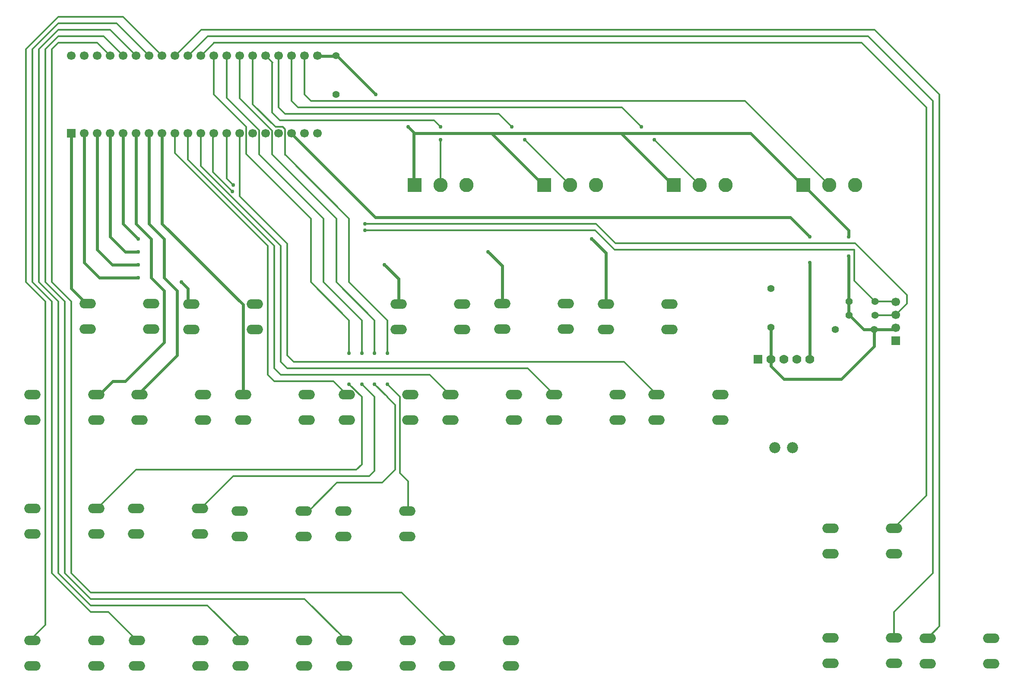
<source format=gbr>
%TF.GenerationSoftware,KiCad,Pcbnew,9.0.2*%
%TF.CreationDate,2025-07-13T09:31:28-04:00*%
%TF.ProjectId,Brizachord,4272697a-6163-4686-9f72-642e6b696361,0*%
%TF.SameCoordinates,Original*%
%TF.FileFunction,Copper,L1,Top*%
%TF.FilePolarity,Positive*%
%FSLAX46Y46*%
G04 Gerber Fmt 4.6, Leading zero omitted, Abs format (unit mm)*
G04 Created by KiCad (PCBNEW 9.0.2) date 2025-07-13 09:31:28*
%MOMM*%
%LPD*%
G01*
G04 APERTURE LIST*
%TA.AperFunction,ComponentPad*%
%ADD10C,2.800000*%
%TD*%
%TA.AperFunction,ComponentPad*%
%ADD11R,2.800000X2.800000*%
%TD*%
%TA.AperFunction,ComponentPad*%
%ADD12O,3.200000X1.900000*%
%TD*%
%TA.AperFunction,ComponentPad*%
%ADD13R,1.700000X1.700000*%
%TD*%
%TA.AperFunction,ComponentPad*%
%ADD14C,1.700000*%
%TD*%
%TA.AperFunction,ComponentPad*%
%ADD15C,1.400000*%
%TD*%
%TA.AperFunction,ComponentPad*%
%ADD16R,1.778000X1.778000*%
%TD*%
%TA.AperFunction,ComponentPad*%
%ADD17C,1.778000*%
%TD*%
%TA.AperFunction,ComponentPad*%
%ADD18C,2.184400*%
%TD*%
%TA.AperFunction,ViaPad*%
%ADD19C,0.760000*%
%TD*%
%TA.AperFunction,Conductor*%
%ADD20C,0.304800*%
%TD*%
%TA.AperFunction,Conductor*%
%ADD21C,0.600000*%
%TD*%
%TA.AperFunction,Conductor*%
%ADD22C,0.305000*%
%TD*%
G04 APERTURE END LIST*
D10*
%TO.P,POT_STRUMVOL1,3,3*%
%TO.N,GND*%
X187960000Y-55340000D03*
%TO.P,POT_STRUMVOL1,2,2*%
%TO.N,/A0*%
X182880000Y-55340000D03*
D11*
%TO.P,POT_STRUMVOL1,1,1*%
%TO.N,/3V3_A*%
X177800000Y-55340000D03*
%TD*%
D12*
%TO.P,SWAb1,1,A*%
%TO.N,GND*%
X131230000Y-83600000D03*
X118730000Y-83600000D03*
%TO.P,SWAb1,2,B*%
%TO.N,N/C*%
X131230000Y-78600000D03*
%TO.N,/D3*%
X118730000Y-78600000D03*
%TD*%
D13*
%TO.P,TrillBar1,1,Gnd*%
%TO.N,GND*%
X195896274Y-85895387D03*
D14*
%TO.P,TrillBar1,2,Vcc*%
%TO.N,/3V3_A*%
X195896274Y-83355387D03*
%TO.P,TrillBar1,3,SDA*%
%TO.N,/I2C_SDA*%
X195896274Y-80815387D03*
%TO.P,TrillBar1,4,SCL*%
%TO.N,/I2C_SCL*%
X195896274Y-78275387D03*
%TD*%
%TO.P,A1,16,AUDIO_IN_1*%
%TO.N,GND*%
X72390000Y-45180000D03*
D13*
%TO.P,A1,1,USB_ID*%
%TO.N,/D0*%
X34290000Y-45180000D03*
D14*
%TO.P,A1,2,SD_DATA_3*%
%TO.N,/D1*%
X36830000Y-45180000D03*
%TO.P,A1,3,SD_DATA_2*%
%TO.N,/D2*%
X39370000Y-45180000D03*
%TO.P,A1,4,SD_DATA_1*%
%TO.N,/D3*%
X41910000Y-45180000D03*
%TO.P,A1,5,SD_DATA_0*%
%TO.N,/D4*%
X44450000Y-45180000D03*
%TO.P,A1,6,SD_CMD*%
%TO.N,/D5*%
X46990000Y-45180000D03*
%TO.P,A1,7,SD_CLK*%
%TO.N,/D6*%
X49530000Y-45180000D03*
%TO.P,A1,8,SPI1_CS*%
%TO.N,/D7*%
X52070000Y-45180000D03*
%TO.P,A1,9,SPI1_SCK*%
%TO.N,/D8*%
X54610000Y-45180000D03*
%TO.P,A1,10,SPI1_POCI*%
%TO.N,/D9*%
X57150000Y-45180000D03*
%TO.P,A1,11,SPI1_PICO*%
%TO.N,/D10*%
X59690000Y-45180000D03*
%TO.P,A1,12,I2C1_SCL*%
%TO.N,/I2C_SCL*%
X62230000Y-45180000D03*
%TO.P,A1,13,I2C1_SDA*%
%TO.N,/I2C_SDA*%
X64770000Y-45180000D03*
%TO.P,A1,14,USART1_TX*%
%TO.N,/D13*%
X67310000Y-45180000D03*
%TO.P,A1,15,USART1_RX*%
%TO.N,/D14*%
X69850000Y-45180000D03*
%TO.P,A1,17,AUDIO_IN_2*%
%TO.N,GND*%
X74930000Y-45180000D03*
%TO.P,A1,18,AUDIO_OUT_1*%
%TO.N,/LINE_OUT*%
X77470000Y-45180000D03*
%TO.P,A1,19,AUDIO_OUT_2*%
%TO.N,N/C*%
X80010000Y-45180000D03*
%TO.P,A1,20,AGND*%
%TO.N,GND*%
X82550000Y-45180000D03*
%TO.P,A1,21,3V3_A*%
%TO.N,/3V3_A*%
X82550000Y-29940000D03*
%TO.P,A1,22,ADC_0*%
%TO.N,/A0*%
X80010000Y-29940000D03*
%TO.P,A1,23,ADC_1*%
%TO.N,/A1*%
X77470000Y-29940000D03*
%TO.P,A1,24,ADC_2*%
%TO.N,/A2*%
X74930000Y-29940000D03*
%TO.P,A1,25,ADC_3*%
%TO.N,/A3*%
X72390000Y-29940000D03*
%TO.P,A1,26,ADC_4*%
%TO.N,/D19*%
X69850000Y-29940000D03*
%TO.P,A1,27,ADC_5*%
%TO.N,/D20*%
X67310000Y-29940000D03*
%TO.P,A1,28,ADC_6*%
%TO.N,/D21*%
X64770000Y-29940000D03*
%TO.P,A1,29,DAC_OUT2*%
%TO.N,/D22*%
X62230000Y-29940000D03*
%TO.P,A1,30,DAC_OUT1*%
%TO.N,/D23*%
X59690000Y-29940000D03*
%TO.P,A1,31,SAI2_MCLK*%
%TO.N,/D24*%
X57150000Y-29940000D03*
%TO.P,A1,32,SAI2_SD_B*%
%TO.N,/D25*%
X54610000Y-29940000D03*
%TO.P,A1,33,SAI2_SD_A*%
%TO.N,/D26*%
X52070000Y-29940000D03*
%TO.P,A1,34,SAI2_FS*%
%TO.N,/D27*%
X49530000Y-29940000D03*
%TO.P,A1,35,SAI2_SCK*%
%TO.N,/D28*%
X46990000Y-29940000D03*
%TO.P,A1,36,USB_D_-*%
%TO.N,/D29*%
X44450000Y-29940000D03*
%TO.P,A1,37,USB_D_+*%
%TO.N,/D30*%
X41910000Y-29940000D03*
%TO.P,A1,38,3V3_D*%
%TO.N,N/C*%
X39370000Y-29940000D03*
%TO.P,A1,39,VIN*%
X36830000Y-29940000D03*
%TO.P,A1,40,DGND*%
%TO.N,GND*%
X34290000Y-29940000D03*
%TD*%
D12*
%TO.P,SWF1,1,A*%
%TO.N,GND*%
X100750000Y-101460000D03*
X88250000Y-101460000D03*
%TO.P,SWF1,2,B*%
%TO.N,N/C*%
X100750000Y-96460000D03*
%TO.N,/D8*%
X88250000Y-96460000D03*
%TD*%
%TO.P,SWD1,1,A*%
%TO.N,GND*%
X60110000Y-101460000D03*
X47610000Y-101460000D03*
%TO.P,SWD1,2,B*%
%TO.N,N/C*%
X60110000Y-96460000D03*
%TO.N,/D6*%
X47610000Y-96460000D03*
%TD*%
%TO.P,SWQ_MIN1,1,A*%
%TO.N,GND*%
X59490000Y-123840000D03*
X46990000Y-123840000D03*
%TO.P,SWQ_MIN1,2,B*%
%TO.N,/D21*%
X59490000Y-118840000D03*
%TO.N,N/C*%
X46990000Y-118840000D03*
%TD*%
%TO.P,SWDb1,1,A*%
%TO.N,GND*%
X49950000Y-83600000D03*
X37450000Y-83600000D03*
%TO.P,SWDb1,2,B*%
%TO.N,N/C*%
X49950000Y-78600000D03*
%TO.N,/D0*%
X37450000Y-78600000D03*
%TD*%
%TO.P,SWBb1,1,A*%
%TO.N,GND*%
X151550000Y-83680000D03*
X139050000Y-83680000D03*
%TO.P,SWBb1,2,B*%
%TO.N,N/C*%
X151550000Y-78680000D03*
%TO.N,/D4*%
X139050000Y-78680000D03*
%TD*%
%TO.P,SWB1,1,A*%
%TO.N,GND*%
X161510000Y-101460000D03*
X149010000Y-101460000D03*
%TO.P,SWB1,2,B*%
%TO.N,N/C*%
X161510000Y-96460000D03*
%TO.N,/D13*%
X149010000Y-96460000D03*
%TD*%
%TO.P,SWQ_DIM1,1,A*%
%TO.N,GND*%
X100130000Y-124320000D03*
X87630000Y-124320000D03*
%TO.P,SWQ_DIM1,2,B*%
%TO.N,/D19*%
X100130000Y-119320000D03*
%TO.N,N/C*%
X87630000Y-119320000D03*
%TD*%
D11*
%TO.P,POT_CHORDVOL1,1,1*%
%TO.N,/3V3_A*%
X152400000Y-55340000D03*
D10*
%TO.P,POT_CHORDVOL1,2,2*%
%TO.N,/A1*%
X157480000Y-55340000D03*
%TO.P,POT_CHORDVOL1,3,3*%
%TO.N,GND*%
X162560000Y-55340000D03*
%TD*%
D12*
%TO.P,SWC1,1,A*%
%TO.N,GND*%
X39170000Y-101460000D03*
X26670000Y-101460000D03*
%TO.P,SWC1,2,B*%
%TO.N,/D5*%
X39170000Y-96460000D03*
%TO.N,N/C*%
X26670000Y-96460000D03*
%TD*%
%TO.P,SWG1,1,A*%
%TO.N,GND*%
X121070000Y-101460000D03*
X108570000Y-101460000D03*
%TO.P,SWG1,2,B*%
%TO.N,N/C*%
X121070000Y-96460000D03*
%TO.N,/D9*%
X108570000Y-96460000D03*
%TD*%
%TO.P,SWE_TRI1,1,A*%
%TO.N,GND*%
X39170000Y-149720000D03*
X26670000Y-149720000D03*
%TO.P,SWE_TRI1,2,B*%
%TO.N,N/C*%
X39170000Y-144720000D03*
%TO.N,/D26*%
X26670000Y-144720000D03*
%TD*%
D15*
%TO.P,PULLUP_SDA1,1*%
%TO.N,/3V3_A*%
X186763758Y-80864745D03*
%TO.P,PULLUP_SDA1,2*%
%TO.N,/I2C_SDA*%
X191843758Y-80864745D03*
%TD*%
D16*
%TO.P,PAM1,1,Gnd*%
%TO.N,GND*%
X168910000Y-89503000D03*
D17*
%TO.P,PAM1,2,VDC*%
%TO.N,/3V3_A*%
X171450000Y-89503000D03*
%TO.P,PAM1,3,SD*%
%TO.N,N/C*%
X173990000Y-89503000D03*
%TO.P,PAM1,4,In+*%
%TO.N,/LINE_OUT*%
X179070000Y-89503000D03*
%TO.P,PAM1,5,In-*%
%TO.N,GND*%
X176530000Y-89503000D03*
D18*
%TO.P,PAM1,6,4ohm_out*%
%TO.N,unconnected-(PAM1-4ohm_out-Pad6)*%
X175663000Y-106902000D03*
%TO.P,PAM1,7,8ohm_out*%
%TO.N,unconnected-(PAM1-8ohm_out-Pad7)*%
X172163000Y-106902000D03*
%TD*%
D12*
%TO.P,SWQ_AUG1,1,A*%
%TO.N,GND*%
X79810000Y-124320000D03*
X67310000Y-124320000D03*
%TO.P,SWQ_AUG1,2,B*%
%TO.N,/D20*%
X79810000Y-119320000D03*
%TO.N,N/C*%
X67310000Y-119320000D03*
%TD*%
%TO.P,SWE1,1,A*%
%TO.N,GND*%
X80430000Y-101460000D03*
X67930000Y-101460000D03*
%TO.P,SWE1,2,B*%
%TO.N,N/C*%
X80430000Y-96460000D03*
%TO.N,/D7*%
X67930000Y-96460000D03*
%TD*%
%TO.P,SWE_11th1,1,A*%
%TO.N,GND*%
X120450000Y-149720000D03*
X107950000Y-149720000D03*
%TO.P,SWE_11th1,2,B*%
%TO.N,N/C*%
X120450000Y-144720000D03*
%TO.N,/D30*%
X107950000Y-144720000D03*
%TD*%
%TO.P,SWE_6th1,1,A*%
%TO.N,GND*%
X59590000Y-149720000D03*
X47090000Y-149720000D03*
%TO.P,SWE_6th1,2,B*%
%TO.N,N/C*%
X59590000Y-144720000D03*
%TO.N,/D27*%
X47090000Y-144720000D03*
%TD*%
%TO.P,SWE_7th1,1,A*%
%TO.N,GND*%
X79910000Y-149720000D03*
X67410000Y-149720000D03*
%TO.P,SWE_7th1,2,B*%
%TO.N,N/C*%
X79910000Y-144720000D03*
%TO.N,/D28*%
X67410000Y-144720000D03*
%TD*%
%TO.P,SWGb1,1,A*%
%TO.N,GND*%
X110910000Y-83680000D03*
X98410000Y-83680000D03*
%TO.P,SWGb1,2,B*%
%TO.N,N/C*%
X110910000Y-78680000D03*
%TO.N,/D2*%
X98410000Y-78680000D03*
%TD*%
%TO.P,SWPS_R1,1,A*%
%TO.N,GND*%
X214630000Y-149320000D03*
X202130000Y-149320000D03*
%TO.P,SWPS_R1,2,B*%
%TO.N,N/C*%
X214630000Y-144320000D03*
%TO.N,/D25*%
X202130000Y-144320000D03*
%TD*%
%TO.P,SWA1,1,A*%
%TO.N,GND*%
X141390000Y-101460000D03*
X128890000Y-101460000D03*
%TO.P,SWA1,2,B*%
%TO.N,N/C*%
X141390000Y-96460000D03*
%TO.N,/D10*%
X128890000Y-96460000D03*
%TD*%
%TO.P,SWQ_MAJ1,1,A*%
%TO.N,GND*%
X39170000Y-123840000D03*
X26670000Y-123840000D03*
%TO.P,SWQ_MAJ1,2,B*%
%TO.N,/D22*%
X39170000Y-118840000D03*
%TO.N,N/C*%
X26670000Y-118840000D03*
%TD*%
D15*
%TO.P,C_BULK1,1*%
%TO.N,GND*%
X86160000Y-37560000D03*
%TO.P,C_BULK1,2*%
%TO.N,/3V3_A*%
X86160000Y-29940000D03*
%TD*%
%TO.P,PULLUP_SCL1,1*%
%TO.N,/I2C_SCL*%
X191786332Y-78188714D03*
%TO.P,PULLUP_SCL1,2*%
%TO.N,/3V3_A*%
X186706332Y-78188714D03*
%TD*%
D12*
%TO.P,SWEb1,1,A*%
%TO.N,GND*%
X70270000Y-83680000D03*
X57770000Y-83680000D03*
%TO.P,SWEb1,2,B*%
%TO.N,N/C*%
X70270000Y-78680000D03*
%TO.N,/D1*%
X57770000Y-78680000D03*
%TD*%
D11*
%TO.P,POT_DRUMVOL1,1,1*%
%TO.N,/3V3_A*%
X127000000Y-55340000D03*
D10*
%TO.P,POT_DRUMVOL1,2,2*%
%TO.N,/A2*%
X132080000Y-55340000D03*
%TO.P,POT_DRUMVOL1,3,3*%
%TO.N,GND*%
X137160000Y-55340000D03*
%TD*%
D12*
%TO.P,SW_GRVTGL1,1,A*%
%TO.N,GND*%
X195580000Y-127730000D03*
X183080000Y-127730000D03*
%TO.P,SW_GRVTGL1,2,B*%
%TO.N,/D23*%
X195580000Y-122730000D03*
%TO.N,N/C*%
X183080000Y-122730000D03*
%TD*%
%TO.P,SWE_9th1,1,A*%
%TO.N,GND*%
X100230000Y-149720000D03*
X87730000Y-149720000D03*
%TO.P,SWE_9th1,2,B*%
%TO.N,N/C*%
X100230000Y-144720000D03*
%TO.N,/D29*%
X87730000Y-144720000D03*
%TD*%
%TO.P,SWPS_L1,1,A*%
%TO.N,GND*%
X195580000Y-149240000D03*
X183080000Y-149240000D03*
%TO.P,SWPS_L1,2,B*%
%TO.N,/D24*%
X195580000Y-144240000D03*
%TO.N,N/C*%
X183080000Y-144240000D03*
%TD*%
D15*
%TO.P,DECOUP_TRILL1,1*%
%TO.N,/3V3_A*%
X191677636Y-83711601D03*
%TO.P,DECOUP_TRILL1,2*%
%TO.N,GND*%
X184057636Y-83711601D03*
%TD*%
%TO.P,DECOUP_AMP1,1*%
%TO.N,/3V3_A*%
X171450000Y-83280000D03*
%TO.P,DECOUP_AMP1,2*%
%TO.N,GND*%
X171450000Y-75660000D03*
%TD*%
D11*
%TO.P,POT_BPM1,1,1*%
%TO.N,/3V3_A*%
X101600000Y-55340000D03*
D10*
%TO.P,POT_BPM1,2,2*%
%TO.N,/A3*%
X106680000Y-55340000D03*
%TO.P,POT_BPM1,3,3*%
%TO.N,GND*%
X111760000Y-55340000D03*
%TD*%
D19*
%TO.N,/D3*%
X115990000Y-68440000D03*
X47410000Y-68440000D03*
%TO.N,/I2C_SDA*%
X66040000Y-55340000D03*
X91874112Y-62910458D03*
%TO.N,/LINE_OUT*%
X179070000Y-70580000D03*
X179070000Y-65500000D03*
%TO.N,/I2C_SCL*%
X65840000Y-56610000D03*
X91791641Y-64230000D03*
%TO.N,/D22*%
X88730000Y-94420000D03*
X88730000Y-88360000D03*
%TO.N,/D4*%
X47410000Y-65900000D03*
X136310000Y-65900000D03*
%TO.N,/D2*%
X95670000Y-70980000D03*
X47410000Y-70980000D03*
%TO.N,/D1*%
X47410000Y-73520000D03*
X55880000Y-74390000D03*
%TO.N,/D19*%
X96230000Y-94420000D03*
X96230000Y-88360000D03*
%TO.N,/A3*%
X106680000Y-46450000D03*
X106680000Y-43910000D03*
%TO.N,/A2*%
X120650000Y-43910000D03*
X123190000Y-46450000D03*
%TO.N,/D20*%
X93730000Y-88360000D03*
X93730000Y-94420000D03*
%TO.N,/A1*%
X146050000Y-43910000D03*
X148590000Y-46450000D03*
%TO.N,/3V3_A*%
X186690000Y-69310000D03*
X93980000Y-37560000D03*
X186690000Y-65500000D03*
X100330000Y-43910000D03*
%TO.N,/D21*%
X91230000Y-94420000D03*
X91230000Y-88360000D03*
%TD*%
D20*
%TO.N,/A0*%
X80010000Y-37560000D02*
X81280000Y-38830000D01*
X166370000Y-38830000D02*
X182880000Y-55340000D01*
X80010000Y-29940000D02*
X80010000Y-37560000D01*
X81280000Y-38830000D02*
X166370000Y-38830000D01*
%TO.N,/D27*%
X38100000Y-139160000D02*
X41530000Y-139160000D01*
X31750000Y-23590000D02*
X26670000Y-28670000D01*
X30480000Y-78200000D02*
X30480000Y-131540000D01*
X49530000Y-29940000D02*
X43180000Y-23590000D01*
X26670000Y-74390000D02*
X30480000Y-78200000D01*
X30480000Y-131540000D02*
X38100000Y-139160000D01*
X41530000Y-139160000D02*
X47090000Y-144720000D01*
X43180000Y-23590000D02*
X31750000Y-23590000D01*
X26670000Y-28670000D02*
X26670000Y-74390000D01*
D21*
%TO.N,/D3*%
X118730000Y-71180000D02*
X118730000Y-78600000D01*
X44870000Y-68440000D02*
X47410000Y-68440000D01*
X115990000Y-68440000D02*
X118730000Y-71180000D01*
X41910000Y-65480000D02*
X44870000Y-68440000D01*
X41910000Y-45260000D02*
X41910000Y-65480000D01*
D20*
%TO.N,/I2C_SDA*%
X140970000Y-66770000D02*
X187960000Y-66770000D01*
X187960000Y-66770000D02*
X198120000Y-76930000D01*
X198120000Y-76930000D02*
X198120000Y-78591661D01*
X64770000Y-52800000D02*
X64770000Y-54070000D01*
X64770000Y-54070000D02*
X66040000Y-55340000D01*
X198120000Y-78591661D02*
X195896274Y-80815387D01*
X137160000Y-62960000D02*
X140970000Y-66770000D01*
X64770000Y-45260000D02*
X64770000Y-52800000D01*
X195846916Y-80864745D02*
X195896274Y-80815387D01*
X91874112Y-62910458D02*
X91923654Y-62960000D01*
X191843758Y-80864745D02*
X195846916Y-80864745D01*
X91923654Y-62960000D02*
X137160000Y-62960000D01*
%TO.N,/D24*%
X203200000Y-131540000D02*
X203200000Y-38830000D01*
X61040000Y-26130000D02*
X57150000Y-30020000D01*
X195580000Y-139160000D02*
X203200000Y-131540000D01*
X195580000Y-144240000D02*
X195580000Y-139160000D01*
X203200000Y-38830000D02*
X190500000Y-26130000D01*
X190500000Y-26130000D02*
X61040000Y-26130000D01*
%TO.N,/D23*%
X59690000Y-30020000D02*
X62230000Y-27480000D01*
X195580000Y-122730000D02*
X195580000Y-122650000D01*
X189230000Y-27400000D02*
X201930000Y-40100000D01*
X62230000Y-27400000D02*
X189230000Y-27400000D01*
X62230000Y-27480000D02*
X62230000Y-27400000D01*
X201930000Y-40100000D02*
X201930000Y-116300000D01*
X195580000Y-122650000D02*
X201930000Y-116300000D01*
D21*
%TO.N,/LINE_OUT*%
X179070000Y-89503000D02*
X179070000Y-70580000D01*
D20*
%TO.N,/I2C_SCL*%
X187760000Y-74162382D02*
X191786332Y-78188714D01*
X136960000Y-64230000D02*
X140770000Y-68040000D01*
X91791641Y-64230000D02*
X136960000Y-64230000D01*
X140770000Y-68040000D02*
X187760000Y-68040000D01*
X62030000Y-45460000D02*
X62030000Y-52800000D01*
X62230000Y-45260000D02*
X62030000Y-45460000D01*
X62030000Y-52800000D02*
X65840000Y-56610000D01*
X191786332Y-78188714D02*
X195809601Y-78188714D01*
X195809601Y-78188714D02*
X195896274Y-78275387D01*
X187760000Y-68040000D02*
X187760000Y-74162382D01*
D22*
%TO.N,/D10*%
X123730000Y-91300000D02*
X128890000Y-96460000D01*
X59690000Y-51610000D02*
X75350000Y-67270000D01*
X59690000Y-45260000D02*
X59690000Y-51610000D01*
X76620000Y-91300000D02*
X123730000Y-91300000D01*
X75350000Y-67270000D02*
X75350000Y-90030000D01*
X75350000Y-90030000D02*
X76620000Y-91300000D01*
D20*
%TO.N,/D22*%
X91230000Y-110160000D02*
X90170000Y-111220000D01*
X91230000Y-96920000D02*
X91230000Y-110160000D01*
X81230000Y-61920000D02*
X81230000Y-74420000D01*
X88730000Y-94420000D02*
X91230000Y-96920000D01*
X62230000Y-30020000D02*
X62230000Y-37560000D01*
X39370000Y-118840000D02*
X46990000Y-111220000D01*
X62230000Y-37560000D02*
X68580000Y-43910000D01*
X68580000Y-49203400D02*
X68580000Y-49270000D01*
X68580000Y-49270000D02*
X81230000Y-61920000D01*
X88730000Y-81920000D02*
X88730000Y-88360000D01*
X90170000Y-111220000D02*
X46990000Y-111220000D01*
X81230000Y-74420000D02*
X88730000Y-81920000D01*
X68580000Y-43910000D02*
X68580000Y-49203400D01*
D21*
%TO.N,/D4*%
X44450000Y-62940000D02*
X47410000Y-65900000D01*
X136310000Y-65900000D02*
X139050000Y-68640000D01*
X44450000Y-45260000D02*
X44450000Y-62940000D01*
X139050000Y-68640000D02*
X139050000Y-78680000D01*
D20*
%TO.N,/D29*%
X33020000Y-131540000D02*
X33020000Y-78200000D01*
X31750000Y-26130000D02*
X40640000Y-26130000D01*
X87730000Y-144340000D02*
X80010000Y-136620000D01*
X40640000Y-26130000D02*
X44450000Y-29940000D01*
X38100000Y-136620000D02*
X33020000Y-131540000D01*
X33020000Y-78200000D02*
X29210000Y-74390000D01*
X29210000Y-74390000D02*
X29210000Y-28670000D01*
X80010000Y-136620000D02*
X38100000Y-136620000D01*
X29210000Y-28670000D02*
X31750000Y-26130000D01*
X87730000Y-144720000D02*
X87730000Y-144340000D01*
D21*
%TO.N,/D2*%
X39370000Y-68020000D02*
X42330000Y-70980000D01*
X39370000Y-45260000D02*
X39370000Y-68020000D01*
X42330000Y-70980000D02*
X47410000Y-70980000D01*
X95670000Y-70980000D02*
X98410000Y-73720000D01*
X98410000Y-73720000D02*
X98410000Y-78680000D01*
%TO.N,/D7*%
X67930000Y-78800000D02*
X67930000Y-96460000D01*
X52070000Y-62940000D02*
X67930000Y-78800000D01*
X52070000Y-45260000D02*
X52070000Y-62940000D01*
D22*
%TO.N,/D13*%
X76620000Y-66855859D02*
X76620000Y-88760000D01*
X149010000Y-96380000D02*
X149010000Y-96460000D01*
X67310000Y-45260000D02*
X67310000Y-57545859D01*
X67310000Y-57545859D02*
X76620000Y-66855859D01*
X76620000Y-88760000D02*
X77890000Y-90030000D01*
X142660000Y-90030000D02*
X149010000Y-96380000D01*
X77890000Y-90030000D02*
X142660000Y-90030000D01*
D21*
%TO.N,/D6*%
X52490000Y-65900000D02*
X52490000Y-73520000D01*
X55030000Y-88760000D02*
X47610000Y-96180000D01*
X52490000Y-73520000D02*
X55030000Y-76060000D01*
X47610000Y-96180000D02*
X47610000Y-96460000D01*
X55030000Y-76060000D02*
X55030000Y-88760000D01*
X49530000Y-62940000D02*
X52490000Y-65900000D01*
X49530000Y-45260000D02*
X49530000Y-62940000D01*
D20*
%TO.N,/D28*%
X27940000Y-28670000D02*
X27940000Y-74390000D01*
X31750000Y-78200000D02*
X31750000Y-131540000D01*
X31750000Y-24860000D02*
X27940000Y-28670000D01*
X67410000Y-144340000D02*
X60960000Y-137890000D01*
X46990000Y-29940000D02*
X41910000Y-24860000D01*
X67410000Y-144720000D02*
X67410000Y-144340000D01*
X41910000Y-24860000D02*
X31750000Y-24860000D01*
X31750000Y-131540000D02*
X38100000Y-137890000D01*
X38100000Y-137890000D02*
X60960000Y-137890000D01*
X27940000Y-74390000D02*
X31750000Y-78200000D01*
D21*
%TO.N,/D1*%
X39790000Y-73520000D02*
X47410000Y-73520000D01*
X36830000Y-70560000D02*
X39790000Y-73520000D01*
X55880000Y-74390000D02*
X57150000Y-75660000D01*
X57150000Y-75660000D02*
X57150000Y-78060000D01*
X57150000Y-78060000D02*
X57770000Y-78680000D01*
X36830000Y-45260000D02*
X36830000Y-70560000D01*
D20*
%TO.N,/D19*%
X76230000Y-49420000D02*
X76200000Y-49390000D01*
X96230000Y-88360000D02*
X96230000Y-81920000D01*
X96230000Y-94420000D02*
X98730000Y-96920000D01*
X76200000Y-49390000D02*
X76200000Y-44390000D01*
X100330000Y-113520000D02*
X100330000Y-119320000D01*
X69850000Y-39475065D02*
X69850000Y-30020000D01*
X74284935Y-43910000D02*
X69850000Y-39475065D01*
X76200000Y-44390000D02*
X75720000Y-43910000D01*
X75720000Y-43910000D02*
X74284935Y-43910000D01*
X98730000Y-96920000D02*
X98730000Y-111920000D01*
X96230000Y-81920000D02*
X88730000Y-74420000D01*
X98730000Y-111920000D02*
X100330000Y-113520000D01*
X88730000Y-61920000D02*
X76230000Y-49420000D01*
X88730000Y-74420000D02*
X88730000Y-61920000D01*
%TO.N,/A3*%
X72390000Y-29940000D02*
X73730000Y-31280000D01*
X75165310Y-42640000D02*
X105410000Y-42640000D01*
X105410000Y-42640000D02*
X106680000Y-43910000D01*
X75165310Y-42640000D02*
X73660000Y-41134690D01*
X73660000Y-31280000D02*
X73660000Y-40100000D01*
X106680000Y-55340000D02*
X106680000Y-46450000D01*
X73660000Y-41134690D02*
X73660000Y-40100000D01*
%TO.N,/A2*%
X76200000Y-41370000D02*
X118110000Y-41370000D01*
X74930000Y-40100000D02*
X76200000Y-41370000D01*
X118110000Y-41370000D02*
X120650000Y-43910000D01*
X74930000Y-29940000D02*
X74930000Y-40100000D01*
X132080000Y-55340000D02*
X123190000Y-46450000D01*
%TO.N,/D20*%
X73660000Y-49350000D02*
X73726600Y-49416600D01*
X67310000Y-30020000D02*
X67310000Y-38338135D01*
X80430000Y-119320000D02*
X80800000Y-119320000D01*
X93730000Y-81920000D02*
X93730000Y-88360000D01*
X93730000Y-94420000D02*
X96230000Y-96920000D01*
X96230000Y-96920000D02*
X96230000Y-96960000D01*
X96230000Y-96960000D02*
X97790000Y-98520000D01*
X97790000Y-111220000D02*
X95250000Y-113760000D01*
X97790000Y-98520000D02*
X97790000Y-111220000D01*
X86230000Y-74420000D02*
X93730000Y-81920000D01*
X73726600Y-49416600D02*
X86230000Y-61920000D01*
X95250000Y-113760000D02*
X86360000Y-113760000D01*
X80800000Y-119320000D02*
X86360000Y-113760000D01*
X73660000Y-44688135D02*
X73660000Y-49350000D01*
X67310000Y-38338135D02*
X73660000Y-44688135D01*
X86230000Y-61920000D02*
X86230000Y-74420000D01*
D22*
%TO.N,/D8*%
X54610000Y-49070000D02*
X72810000Y-67270000D01*
X85630000Y-93840000D02*
X88250000Y-96460000D01*
X72810000Y-67270000D02*
X72810000Y-92570000D01*
X72810000Y-92570000D02*
X74080000Y-93840000D01*
X74080000Y-93840000D02*
X85630000Y-93840000D01*
X54610000Y-45260000D02*
X54610000Y-49070000D01*
D20*
%TO.N,/D25*%
X191770000Y-24860000D02*
X204470000Y-37560000D01*
X59770000Y-24860000D02*
X191770000Y-24860000D01*
X204470000Y-141980000D02*
X202130000Y-144320000D01*
X204470000Y-37560000D02*
X204470000Y-141980000D01*
X54610000Y-30020000D02*
X59770000Y-24860000D01*
%TO.N,/A1*%
X157480000Y-55340000D02*
X148590000Y-46450000D01*
X77470000Y-38830000D02*
X78740000Y-40100000D01*
X78740000Y-40100000D02*
X142240000Y-40100000D01*
X142240000Y-40100000D02*
X146050000Y-43910000D01*
X77470000Y-29940000D02*
X77470000Y-38830000D01*
D21*
%TO.N,/D5*%
X52490000Y-86220000D02*
X44870000Y-93840000D01*
X46990000Y-45260000D02*
X46990000Y-62940000D01*
X46990000Y-62940000D02*
X49950000Y-65900000D01*
X49950000Y-73520000D02*
X52490000Y-76060000D01*
X49950000Y-65900000D02*
X49950000Y-73520000D01*
X42410000Y-93840000D02*
X39790000Y-96460000D01*
X52490000Y-76060000D02*
X52490000Y-86220000D01*
X44870000Y-93840000D02*
X42410000Y-93840000D01*
%TO.N,/3V3_A*%
X191677636Y-83711601D02*
X191677636Y-86982364D01*
X82550000Y-30020000D02*
X86080000Y-30020000D01*
X100330000Y-43910000D02*
X101600000Y-45180000D01*
X185220000Y-93440000D02*
X173990000Y-93440000D01*
X186650000Y-78200000D02*
X186650000Y-80740000D01*
X186650000Y-80740000D02*
X189621601Y-83711601D01*
X101400000Y-45180000D02*
X101600000Y-45180000D01*
X171450000Y-90900000D02*
X171450000Y-89503000D01*
X177800000Y-55340000D02*
X186690000Y-64230000D01*
X186690000Y-64230000D02*
X186690000Y-65500000D01*
X101600000Y-45180000D02*
X116640000Y-45180000D01*
X191677636Y-83711601D02*
X195540060Y-83711601D01*
X86080000Y-30020000D02*
X86160000Y-29940000D01*
X167440000Y-45180000D02*
X177600000Y-55340000D01*
X142040000Y-45180000D02*
X167440000Y-45180000D01*
X86160000Y-29940000D02*
X86360000Y-29940000D01*
X116640000Y-45180000D02*
X142040000Y-45180000D01*
X126800000Y-55340000D02*
X116640000Y-45180000D01*
X186650000Y-69350000D02*
X186650000Y-78200000D01*
X186690000Y-69310000D02*
X186650000Y-69350000D01*
X195540060Y-83711601D02*
X195896274Y-83355387D01*
X189621601Y-83711601D02*
X191677636Y-83711601D01*
X101400000Y-45180000D02*
X101400000Y-55340000D01*
X171450000Y-83280000D02*
X171450000Y-89503000D01*
X152200000Y-55340000D02*
X142040000Y-45180000D01*
X86360000Y-29940000D02*
X93980000Y-37560000D01*
X173990000Y-93440000D02*
X171450000Y-90900000D01*
X191677636Y-86982364D02*
X185220000Y-93440000D01*
D20*
%TO.N,/D30*%
X107950000Y-144240000D02*
X99060000Y-135350000D01*
X34290000Y-78200000D02*
X30480000Y-74390000D01*
X30480000Y-28670000D02*
X31750000Y-27400000D01*
X107950000Y-144720000D02*
X107950000Y-144240000D01*
X31750000Y-27400000D02*
X39370000Y-27400000D01*
X39370000Y-27400000D02*
X41910000Y-29940000D01*
X38100000Y-135350000D02*
X34290000Y-131540000D01*
X99060000Y-135350000D02*
X38100000Y-135350000D01*
X30480000Y-74390000D02*
X30480000Y-28670000D01*
X34290000Y-131540000D02*
X34290000Y-78200000D01*
D22*
%TO.N,/D9*%
X74080000Y-91300000D02*
X74080000Y-67270000D01*
X108450000Y-96460000D02*
X104560000Y-92570000D01*
X75350000Y-92570000D02*
X74080000Y-91300000D01*
X104560000Y-92570000D02*
X75350000Y-92570000D01*
X57150000Y-50340000D02*
X57150000Y-45895000D01*
X74080000Y-67270000D02*
X57150000Y-50340000D01*
X108570000Y-96460000D02*
X108450000Y-96460000D01*
D20*
%TO.N,/D21*%
X59690000Y-118840000D02*
X66040000Y-112490000D01*
X93730000Y-111470000D02*
X92710000Y-112490000D01*
X83730000Y-61920000D02*
X83730000Y-74420000D01*
X71186600Y-49376600D02*
X83730000Y-61920000D01*
X64770000Y-30020000D02*
X64770000Y-38258135D01*
X66040000Y-112490000D02*
X67310000Y-112490000D01*
X91230000Y-94420000D02*
X93730000Y-96920000D01*
X71120000Y-49310000D02*
X71186600Y-49376600D01*
X92710000Y-112490000D02*
X67310000Y-112490000D01*
X91230000Y-81920000D02*
X91230000Y-88360000D01*
X83730000Y-74420000D02*
X91230000Y-81920000D01*
X71120000Y-44608135D02*
X71120000Y-49310000D01*
X64770000Y-38258135D02*
X71120000Y-44608135D01*
X93730000Y-96920000D02*
X93730000Y-111470000D01*
%TO.N,/D26*%
X29210000Y-141700000D02*
X29210000Y-78200000D01*
X29210000Y-78200000D02*
X25400000Y-74390000D01*
X25400000Y-28670000D02*
X31750000Y-22320000D01*
X31750000Y-22320000D02*
X44450000Y-22320000D01*
X25400000Y-74390000D02*
X25400000Y-28670000D01*
X26670000Y-144240000D02*
X29210000Y-141700000D01*
X26670000Y-144720000D02*
X26670000Y-144240000D01*
X44450000Y-22320000D02*
X52070000Y-29940000D01*
D21*
%TO.N,/D0*%
X37250000Y-78600000D02*
X37450000Y-78600000D01*
X34290000Y-45260000D02*
X34290000Y-75640000D01*
X34290000Y-75640000D02*
X37250000Y-78600000D01*
%TO.N,/LINE_OUT*%
X175260000Y-61690000D02*
X179070000Y-65500000D01*
X93900000Y-61690000D02*
X175260000Y-61690000D01*
X77470000Y-45260000D02*
X93900000Y-61690000D01*
%TD*%
M02*

</source>
